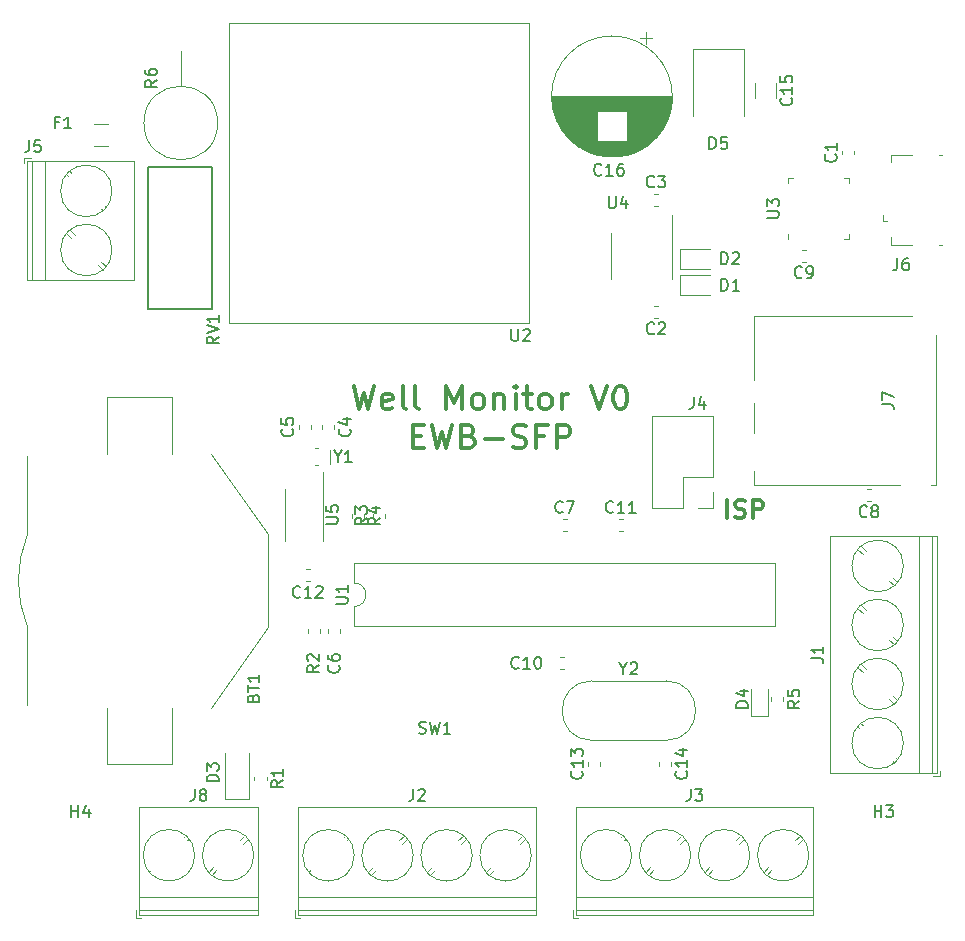
<source format=gbr>
%TF.GenerationSoftware,KiCad,Pcbnew,(5.1.6)-1*%
%TF.CreationDate,2021-11-03T21:47:23-07:00*%
%TF.ProjectId,well-monitor,77656c6c-2d6d-46f6-9e69-746f722e6b69,rev?*%
%TF.SameCoordinates,Original*%
%TF.FileFunction,Legend,Top*%
%TF.FilePolarity,Positive*%
%FSLAX46Y46*%
G04 Gerber Fmt 4.6, Leading zero omitted, Abs format (unit mm)*
G04 Created by KiCad (PCBNEW (5.1.6)-1) date 2021-11-03 21:47:23*
%MOMM*%
%LPD*%
G01*
G04 APERTURE LIST*
%ADD10C,0.300000*%
%ADD11C,0.120000*%
%ADD12C,0.150000*%
G04 APERTURE END LIST*
D10*
X123130952Y-75754761D02*
X123607142Y-77754761D01*
X123988095Y-76326190D01*
X124369047Y-77754761D01*
X124845238Y-75754761D01*
X126369047Y-77659523D02*
X126178571Y-77754761D01*
X125797619Y-77754761D01*
X125607142Y-77659523D01*
X125511904Y-77469047D01*
X125511904Y-76707142D01*
X125607142Y-76516666D01*
X125797619Y-76421428D01*
X126178571Y-76421428D01*
X126369047Y-76516666D01*
X126464285Y-76707142D01*
X126464285Y-76897619D01*
X125511904Y-77088095D01*
X127607142Y-77754761D02*
X127416666Y-77659523D01*
X127321428Y-77469047D01*
X127321428Y-75754761D01*
X128654761Y-77754761D02*
X128464285Y-77659523D01*
X128369047Y-77469047D01*
X128369047Y-75754761D01*
X130940476Y-77754761D02*
X130940476Y-75754761D01*
X131607142Y-77183333D01*
X132273809Y-75754761D01*
X132273809Y-77754761D01*
X133511904Y-77754761D02*
X133321428Y-77659523D01*
X133226190Y-77564285D01*
X133130952Y-77373809D01*
X133130952Y-76802380D01*
X133226190Y-76611904D01*
X133321428Y-76516666D01*
X133511904Y-76421428D01*
X133797619Y-76421428D01*
X133988095Y-76516666D01*
X134083333Y-76611904D01*
X134178571Y-76802380D01*
X134178571Y-77373809D01*
X134083333Y-77564285D01*
X133988095Y-77659523D01*
X133797619Y-77754761D01*
X133511904Y-77754761D01*
X135035714Y-76421428D02*
X135035714Y-77754761D01*
X135035714Y-76611904D02*
X135130952Y-76516666D01*
X135321428Y-76421428D01*
X135607142Y-76421428D01*
X135797619Y-76516666D01*
X135892857Y-76707142D01*
X135892857Y-77754761D01*
X136845238Y-77754761D02*
X136845238Y-76421428D01*
X136845238Y-75754761D02*
X136750000Y-75850000D01*
X136845238Y-75945238D01*
X136940476Y-75850000D01*
X136845238Y-75754761D01*
X136845238Y-75945238D01*
X137511904Y-76421428D02*
X138273809Y-76421428D01*
X137797619Y-75754761D02*
X137797619Y-77469047D01*
X137892857Y-77659523D01*
X138083333Y-77754761D01*
X138273809Y-77754761D01*
X139226190Y-77754761D02*
X139035714Y-77659523D01*
X138940476Y-77564285D01*
X138845238Y-77373809D01*
X138845238Y-76802380D01*
X138940476Y-76611904D01*
X139035714Y-76516666D01*
X139226190Y-76421428D01*
X139511904Y-76421428D01*
X139702380Y-76516666D01*
X139797619Y-76611904D01*
X139892857Y-76802380D01*
X139892857Y-77373809D01*
X139797619Y-77564285D01*
X139702380Y-77659523D01*
X139511904Y-77754761D01*
X139226190Y-77754761D01*
X140750000Y-77754761D02*
X140750000Y-76421428D01*
X140750000Y-76802380D02*
X140845238Y-76611904D01*
X140940476Y-76516666D01*
X141130952Y-76421428D01*
X141321428Y-76421428D01*
X143226190Y-75754761D02*
X143892857Y-77754761D01*
X144559523Y-75754761D01*
X145607142Y-75754761D02*
X145797619Y-75754761D01*
X145988095Y-75850000D01*
X146083333Y-75945238D01*
X146178571Y-76135714D01*
X146273809Y-76516666D01*
X146273809Y-76992857D01*
X146178571Y-77373809D01*
X146083333Y-77564285D01*
X145988095Y-77659523D01*
X145797619Y-77754761D01*
X145607142Y-77754761D01*
X145416666Y-77659523D01*
X145321428Y-77564285D01*
X145226190Y-77373809D01*
X145130952Y-76992857D01*
X145130952Y-76516666D01*
X145226190Y-76135714D01*
X145321428Y-75945238D01*
X145416666Y-75850000D01*
X145607142Y-75754761D01*
X128130952Y-80007142D02*
X128797619Y-80007142D01*
X129083333Y-81054761D02*
X128130952Y-81054761D01*
X128130952Y-79054761D01*
X129083333Y-79054761D01*
X129750000Y-79054761D02*
X130226190Y-81054761D01*
X130607142Y-79626190D01*
X130988095Y-81054761D01*
X131464285Y-79054761D01*
X132892857Y-80007142D02*
X133178571Y-80102380D01*
X133273809Y-80197619D01*
X133369047Y-80388095D01*
X133369047Y-80673809D01*
X133273809Y-80864285D01*
X133178571Y-80959523D01*
X132988095Y-81054761D01*
X132226190Y-81054761D01*
X132226190Y-79054761D01*
X132892857Y-79054761D01*
X133083333Y-79150000D01*
X133178571Y-79245238D01*
X133273809Y-79435714D01*
X133273809Y-79626190D01*
X133178571Y-79816666D01*
X133083333Y-79911904D01*
X132892857Y-80007142D01*
X132226190Y-80007142D01*
X134226190Y-80292857D02*
X135750000Y-80292857D01*
X136607142Y-80959523D02*
X136892857Y-81054761D01*
X137369047Y-81054761D01*
X137559523Y-80959523D01*
X137654761Y-80864285D01*
X137750000Y-80673809D01*
X137750000Y-80483333D01*
X137654761Y-80292857D01*
X137559523Y-80197619D01*
X137369047Y-80102380D01*
X136988095Y-80007142D01*
X136797619Y-79911904D01*
X136702380Y-79816666D01*
X136607142Y-79626190D01*
X136607142Y-79435714D01*
X136702380Y-79245238D01*
X136797619Y-79150000D01*
X136988095Y-79054761D01*
X137464285Y-79054761D01*
X137750000Y-79150000D01*
X139273809Y-80007142D02*
X138607142Y-80007142D01*
X138607142Y-81054761D02*
X138607142Y-79054761D01*
X139559523Y-79054761D01*
X140321428Y-81054761D02*
X140321428Y-79054761D01*
X141083333Y-79054761D01*
X141273809Y-79150000D01*
X141369047Y-79245238D01*
X141464285Y-79435714D01*
X141464285Y-79721428D01*
X141369047Y-79911904D01*
X141273809Y-80007142D01*
X141083333Y-80102380D01*
X140321428Y-80102380D01*
X154785714Y-86928571D02*
X154785714Y-85428571D01*
X155428571Y-86857142D02*
X155642857Y-86928571D01*
X156000000Y-86928571D01*
X156142857Y-86857142D01*
X156214285Y-86785714D01*
X156285714Y-86642857D01*
X156285714Y-86500000D01*
X156214285Y-86357142D01*
X156142857Y-86285714D01*
X156000000Y-86214285D01*
X155714285Y-86142857D01*
X155571428Y-86071428D01*
X155500000Y-86000000D01*
X155428571Y-85857142D01*
X155428571Y-85714285D01*
X155500000Y-85571428D01*
X155571428Y-85500000D01*
X155714285Y-85428571D01*
X156071428Y-85428571D01*
X156285714Y-85500000D01*
X156928571Y-86928571D02*
X156928571Y-85428571D01*
X157500000Y-85428571D01*
X157642857Y-85500000D01*
X157714285Y-85571428D01*
X157785714Y-85714285D01*
X157785714Y-85928571D01*
X157714285Y-86071428D01*
X157642857Y-86142857D01*
X157500000Y-86214285D01*
X156928571Y-86214285D01*
D11*
%TO.C,R6*%
X111620000Y-53500000D02*
G75*
G03*
X111620000Y-53500000I-3120000J0D01*
G01*
X108500000Y-50380000D02*
X108500000Y-47380000D01*
%TO.C,C15*%
X157090000Y-50147936D02*
X157090000Y-51352064D01*
X158910000Y-50147936D02*
X158910000Y-51352064D01*
%TO.C,J6*%
X167940000Y-61760000D02*
X168330000Y-61760000D01*
X167940000Y-61760000D02*
X167940000Y-61310000D01*
X168640000Y-56190000D02*
X168640000Y-56840000D01*
X170370000Y-56190000D02*
X168640000Y-56190000D01*
X172940000Y-63810000D02*
X172730000Y-63810000D01*
X172940000Y-56190000D02*
X172730000Y-56190000D01*
X170370000Y-63810000D02*
X168640000Y-63810000D01*
X168640000Y-63810000D02*
X168640000Y-63150000D01*
%TO.C,J8*%
X109680000Y-115500000D02*
G75*
G03*
X109680000Y-115500000I-2180000J0D01*
G01*
X114680000Y-115500000D02*
G75*
G03*
X114680000Y-115500000I-2180000J0D01*
G01*
X104940000Y-120100000D02*
X115060000Y-120100000D01*
X104940000Y-119000000D02*
X115060000Y-119000000D01*
X104940000Y-111440000D02*
X115060000Y-111440000D01*
X104940000Y-120560000D02*
X115060000Y-120560000D01*
X104940000Y-111440000D02*
X104940000Y-120560000D01*
X115060000Y-111440000D02*
X115060000Y-120560000D01*
X109154000Y-114112000D02*
X109047000Y-114219000D01*
X106218000Y-117047000D02*
X106112000Y-117154000D01*
X108888000Y-113846000D02*
X108781000Y-113953000D01*
X105952000Y-116781000D02*
X105846000Y-116888000D01*
X114154000Y-114112000D02*
X113759000Y-114508000D01*
X111493000Y-116774000D02*
X111113000Y-117154000D01*
X113888000Y-113846000D02*
X113508000Y-114226000D01*
X111242000Y-116492000D02*
X110847000Y-116888000D01*
X104700000Y-120160000D02*
X104700000Y-120800000D01*
X104700000Y-120800000D02*
X105100000Y-120800000D01*
%TO.C,J5*%
X102680000Y-59250000D02*
G75*
G03*
X102680000Y-59250000I-2180000J0D01*
G01*
X102680000Y-64250000D02*
G75*
G03*
X102680000Y-64250000I-2180000J0D01*
G01*
X95900000Y-56690000D02*
X95900000Y-66810000D01*
X97000000Y-56690000D02*
X97000000Y-66810000D01*
X104560000Y-56690000D02*
X104560000Y-66810000D01*
X95440000Y-56690000D02*
X95440000Y-66810000D01*
X104560000Y-56690000D02*
X95440000Y-56690000D01*
X104560000Y-66810000D02*
X95440000Y-66810000D01*
X101888000Y-60904000D02*
X101781000Y-60797000D01*
X98953000Y-57968000D02*
X98846000Y-57862000D01*
X102154000Y-60638000D02*
X102047000Y-60531000D01*
X99219000Y-57702000D02*
X99112000Y-57596000D01*
X101888000Y-65904000D02*
X101492000Y-65509000D01*
X99226000Y-63243000D02*
X98846000Y-62863000D01*
X102154000Y-65638000D02*
X101774000Y-65258000D01*
X99508000Y-62992000D02*
X99112000Y-62597000D01*
X95840000Y-56450000D02*
X95200000Y-56450000D01*
X95200000Y-56450000D02*
X95200000Y-56850000D01*
%TO.C,J3*%
X141700000Y-120800000D02*
X142100000Y-120800000D01*
X141700000Y-120160000D02*
X141700000Y-120800000D01*
X158242000Y-116492000D02*
X157847000Y-116888000D01*
X160888000Y-113846000D02*
X160508000Y-114226000D01*
X158493000Y-116774000D02*
X158113000Y-117154000D01*
X161154000Y-114112000D02*
X160759000Y-114508000D01*
X153242000Y-116492000D02*
X152847000Y-116888000D01*
X155888000Y-113846000D02*
X155508000Y-114226000D01*
X153493000Y-116774000D02*
X153113000Y-117154000D01*
X156154000Y-114112000D02*
X155759000Y-114508000D01*
X148242000Y-116492000D02*
X147847000Y-116888000D01*
X150888000Y-113846000D02*
X150508000Y-114226000D01*
X148493000Y-116774000D02*
X148113000Y-117154000D01*
X151154000Y-114112000D02*
X150759000Y-114508000D01*
X142952000Y-116781000D02*
X142846000Y-116888000D01*
X145888000Y-113846000D02*
X145781000Y-113953000D01*
X143218000Y-117047000D02*
X143112000Y-117154000D01*
X146154000Y-114112000D02*
X146047000Y-114219000D01*
X162061000Y-111440000D02*
X162061000Y-120560000D01*
X141940000Y-111440000D02*
X141940000Y-120560000D01*
X141940000Y-120560000D02*
X162061000Y-120560000D01*
X141940000Y-111440000D02*
X162061000Y-111440000D01*
X141940000Y-119000000D02*
X162061000Y-119000000D01*
X141940000Y-120100000D02*
X162061000Y-120100000D01*
X161680000Y-115500000D02*
G75*
G03*
X161680000Y-115500000I-2180000J0D01*
G01*
X156680000Y-115500000D02*
G75*
G03*
X156680000Y-115500000I-2180000J0D01*
G01*
X151680000Y-115500000D02*
G75*
G03*
X151680000Y-115500000I-2180000J0D01*
G01*
X146680000Y-115500000D02*
G75*
G03*
X146680000Y-115500000I-2180000J0D01*
G01*
%TO.C,J2*%
X118200000Y-120800000D02*
X118600000Y-120800000D01*
X118200000Y-120160000D02*
X118200000Y-120800000D01*
X134742000Y-116492000D02*
X134347000Y-116888000D01*
X137388000Y-113846000D02*
X137008000Y-114226000D01*
X134993000Y-116774000D02*
X134613000Y-117154000D01*
X137654000Y-114112000D02*
X137259000Y-114508000D01*
X129742000Y-116492000D02*
X129347000Y-116888000D01*
X132388000Y-113846000D02*
X132008000Y-114226000D01*
X129993000Y-116774000D02*
X129613000Y-117154000D01*
X132654000Y-114112000D02*
X132259000Y-114508000D01*
X124742000Y-116492000D02*
X124347000Y-116888000D01*
X127388000Y-113846000D02*
X127008000Y-114226000D01*
X124993000Y-116774000D02*
X124613000Y-117154000D01*
X127654000Y-114112000D02*
X127259000Y-114508000D01*
X119452000Y-116781000D02*
X119346000Y-116888000D01*
X122388000Y-113846000D02*
X122281000Y-113953000D01*
X119718000Y-117047000D02*
X119612000Y-117154000D01*
X122654000Y-114112000D02*
X122547000Y-114219000D01*
X138561000Y-111440000D02*
X138561000Y-120560000D01*
X118440000Y-111440000D02*
X118440000Y-120560000D01*
X118440000Y-120560000D02*
X138561000Y-120560000D01*
X118440000Y-111440000D02*
X138561000Y-111440000D01*
X118440000Y-119000000D02*
X138561000Y-119000000D01*
X118440000Y-120100000D02*
X138561000Y-120100000D01*
X138180000Y-115500000D02*
G75*
G03*
X138180000Y-115500000I-2180000J0D01*
G01*
X133180000Y-115500000D02*
G75*
G03*
X133180000Y-115500000I-2180000J0D01*
G01*
X128180000Y-115500000D02*
G75*
G03*
X128180000Y-115500000I-2180000J0D01*
G01*
X123180000Y-115500000D02*
G75*
G03*
X123180000Y-115500000I-2180000J0D01*
G01*
%TO.C,J1*%
X172800000Y-108800000D02*
X172800000Y-108400000D01*
X172160000Y-108800000D02*
X172800000Y-108800000D01*
X168492000Y-92258000D02*
X168888000Y-92653000D01*
X165846000Y-89612000D02*
X166226000Y-89992000D01*
X168774000Y-92007000D02*
X169154000Y-92387000D01*
X166112000Y-89346000D02*
X166508000Y-89741000D01*
X168492000Y-97258000D02*
X168888000Y-97653000D01*
X165846000Y-94612000D02*
X166226000Y-94992000D01*
X168774000Y-97007000D02*
X169154000Y-97387000D01*
X166112000Y-94346000D02*
X166508000Y-94741000D01*
X168492000Y-102258000D02*
X168888000Y-102653000D01*
X165846000Y-99612000D02*
X166226000Y-99992000D01*
X168774000Y-102007000D02*
X169154000Y-102387000D01*
X166112000Y-99346000D02*
X166508000Y-99741000D01*
X168781000Y-107548000D02*
X168888000Y-107654000D01*
X165846000Y-104612000D02*
X165953000Y-104719000D01*
X169047000Y-107282000D02*
X169154000Y-107388000D01*
X166112000Y-104346000D02*
X166219000Y-104453000D01*
X163440000Y-88439000D02*
X172560000Y-88439000D01*
X163440000Y-108560000D02*
X172560000Y-108560000D01*
X172560000Y-108560000D02*
X172560000Y-88439000D01*
X163440000Y-108560000D02*
X163440000Y-88439000D01*
X171000000Y-108560000D02*
X171000000Y-88439000D01*
X172100000Y-108560000D02*
X172100000Y-88439000D01*
X169680000Y-91000000D02*
G75*
G03*
X169680000Y-91000000I-2180000J0D01*
G01*
X169680000Y-96000000D02*
G75*
G03*
X169680000Y-96000000I-2180000J0D01*
G01*
X169680000Y-101000000D02*
G75*
G03*
X169680000Y-101000000I-2180000J0D01*
G01*
X169680000Y-106000000D02*
G75*
G03*
X169680000Y-106000000I-2180000J0D01*
G01*
%TO.C,BT1*%
X102250000Y-76700000D02*
X102250000Y-81500000D01*
X107750000Y-76700000D02*
X102250000Y-76700000D01*
X107750000Y-81500000D02*
X107750000Y-76700000D01*
X107750000Y-107800000D02*
X107750000Y-103000000D01*
X102250000Y-107800000D02*
X107750000Y-107800000D01*
X102250000Y-103000000D02*
X102250000Y-107800000D01*
X95500000Y-81700000D02*
X95500000Y-88400000D01*
X95500000Y-102800000D02*
X95500000Y-96100000D01*
X115850000Y-88300000D02*
X111050000Y-81500000D01*
X115850000Y-96200000D02*
X115850000Y-88300000D01*
X111050000Y-103050000D02*
X115850000Y-96200000D01*
X95498536Y-96096385D02*
G75*
G02*
X95500000Y-88400000I9501464J3846385D01*
G01*
D12*
%TO.C,RV1*%
X105750000Y-69250000D02*
X111150000Y-69250000D01*
X105750000Y-57250000D02*
X111150000Y-57250000D01*
X105750000Y-69250000D02*
X105750000Y-57250000D01*
X111150000Y-69250000D02*
X111150000Y-57250000D01*
D11*
%TO.C,D5*%
X156150000Y-47200000D02*
X156150000Y-52900000D01*
X151850000Y-47200000D02*
X151850000Y-52900000D01*
X156150000Y-47200000D02*
X151850000Y-47200000D01*
%TO.C,C16*%
X148375000Y-46270354D02*
X147375000Y-46270354D01*
X147875000Y-45770354D02*
X147875000Y-46770354D01*
X145599000Y-56331000D02*
X144401000Y-56331000D01*
X145862000Y-56291000D02*
X144138000Y-56291000D01*
X146062000Y-56251000D02*
X143938000Y-56251000D01*
X146230000Y-56211000D02*
X143770000Y-56211000D01*
X146378000Y-56171000D02*
X143622000Y-56171000D01*
X146510000Y-56131000D02*
X143490000Y-56131000D01*
X146630000Y-56091000D02*
X143370000Y-56091000D01*
X146742000Y-56051000D02*
X143258000Y-56051000D01*
X146846000Y-56011000D02*
X143154000Y-56011000D01*
X146944000Y-55971000D02*
X143056000Y-55971000D01*
X147037000Y-55931000D02*
X142963000Y-55931000D01*
X147125000Y-55891000D02*
X142875000Y-55891000D01*
X147209000Y-55851000D02*
X142791000Y-55851000D01*
X147289000Y-55811000D02*
X142711000Y-55811000D01*
X147365000Y-55771000D02*
X142635000Y-55771000D01*
X147439000Y-55731000D02*
X142561000Y-55731000D01*
X147510000Y-55691000D02*
X142490000Y-55691000D01*
X147579000Y-55651000D02*
X142421000Y-55651000D01*
X147645000Y-55611000D02*
X142355000Y-55611000D01*
X147709000Y-55571000D02*
X142291000Y-55571000D01*
X147770000Y-55531000D02*
X142230000Y-55531000D01*
X147830000Y-55491000D02*
X142170000Y-55491000D01*
X147889000Y-55451000D02*
X142111000Y-55451000D01*
X147945000Y-55411000D02*
X142055000Y-55411000D01*
X148000000Y-55371000D02*
X142000000Y-55371000D01*
X148054000Y-55331000D02*
X141946000Y-55331000D01*
X148106000Y-55291000D02*
X141894000Y-55291000D01*
X148156000Y-55251000D02*
X141844000Y-55251000D01*
X148206000Y-55211000D02*
X141794000Y-55211000D01*
X148254000Y-55171000D02*
X141746000Y-55171000D01*
X148301000Y-55131000D02*
X141699000Y-55131000D01*
X148347000Y-55091000D02*
X141653000Y-55091000D01*
X148392000Y-55051000D02*
X141608000Y-55051000D01*
X148436000Y-55011000D02*
X141564000Y-55011000D01*
X143759000Y-54971000D02*
X141522000Y-54971000D01*
X148478000Y-54971000D02*
X146241000Y-54971000D01*
X143759000Y-54931000D02*
X141480000Y-54931000D01*
X148520000Y-54931000D02*
X146241000Y-54931000D01*
X143759000Y-54891000D02*
X141439000Y-54891000D01*
X148561000Y-54891000D02*
X146241000Y-54891000D01*
X143759000Y-54851000D02*
X141399000Y-54851000D01*
X148601000Y-54851000D02*
X146241000Y-54851000D01*
X143759000Y-54811000D02*
X141360000Y-54811000D01*
X148640000Y-54811000D02*
X146241000Y-54811000D01*
X143759000Y-54771000D02*
X141321000Y-54771000D01*
X148679000Y-54771000D02*
X146241000Y-54771000D01*
X143759000Y-54731000D02*
X141284000Y-54731000D01*
X148716000Y-54731000D02*
X146241000Y-54731000D01*
X143759000Y-54691000D02*
X141247000Y-54691000D01*
X148753000Y-54691000D02*
X146241000Y-54691000D01*
X143759000Y-54651000D02*
X141211000Y-54651000D01*
X148789000Y-54651000D02*
X146241000Y-54651000D01*
X143759000Y-54611000D02*
X141176000Y-54611000D01*
X148824000Y-54611000D02*
X146241000Y-54611000D01*
X143759000Y-54571000D02*
X141142000Y-54571000D01*
X148858000Y-54571000D02*
X146241000Y-54571000D01*
X143759000Y-54531000D02*
X141108000Y-54531000D01*
X148892000Y-54531000D02*
X146241000Y-54531000D01*
X143759000Y-54491000D02*
X141075000Y-54491000D01*
X148925000Y-54491000D02*
X146241000Y-54491000D01*
X143759000Y-54451000D02*
X141043000Y-54451000D01*
X148957000Y-54451000D02*
X146241000Y-54451000D01*
X143759000Y-54411000D02*
X141011000Y-54411000D01*
X148989000Y-54411000D02*
X146241000Y-54411000D01*
X143759000Y-54371000D02*
X140980000Y-54371000D01*
X149020000Y-54371000D02*
X146241000Y-54371000D01*
X143759000Y-54331000D02*
X140950000Y-54331000D01*
X149050000Y-54331000D02*
X146241000Y-54331000D01*
X143759000Y-54291000D02*
X140920000Y-54291000D01*
X149080000Y-54291000D02*
X146241000Y-54291000D01*
X143759000Y-54251000D02*
X140890000Y-54251000D01*
X149110000Y-54251000D02*
X146241000Y-54251000D01*
X143759000Y-54211000D02*
X140862000Y-54211000D01*
X149138000Y-54211000D02*
X146241000Y-54211000D01*
X143759000Y-54171000D02*
X140834000Y-54171000D01*
X149166000Y-54171000D02*
X146241000Y-54171000D01*
X143759000Y-54131000D02*
X140806000Y-54131000D01*
X149194000Y-54131000D02*
X146241000Y-54131000D01*
X143759000Y-54091000D02*
X140779000Y-54091000D01*
X149221000Y-54091000D02*
X146241000Y-54091000D01*
X143759000Y-54051000D02*
X140753000Y-54051000D01*
X149247000Y-54051000D02*
X146241000Y-54051000D01*
X143759000Y-54011000D02*
X140727000Y-54011000D01*
X149273000Y-54011000D02*
X146241000Y-54011000D01*
X143759000Y-53971000D02*
X140702000Y-53971000D01*
X149298000Y-53971000D02*
X146241000Y-53971000D01*
X143759000Y-53931000D02*
X140677000Y-53931000D01*
X149323000Y-53931000D02*
X146241000Y-53931000D01*
X143759000Y-53891000D02*
X140653000Y-53891000D01*
X149347000Y-53891000D02*
X146241000Y-53891000D01*
X143759000Y-53851000D02*
X140629000Y-53851000D01*
X149371000Y-53851000D02*
X146241000Y-53851000D01*
X143759000Y-53811000D02*
X140605000Y-53811000D01*
X149395000Y-53811000D02*
X146241000Y-53811000D01*
X143759000Y-53771000D02*
X140583000Y-53771000D01*
X149417000Y-53771000D02*
X146241000Y-53771000D01*
X143759000Y-53731000D02*
X140560000Y-53731000D01*
X149440000Y-53731000D02*
X146241000Y-53731000D01*
X143759000Y-53691000D02*
X140538000Y-53691000D01*
X149462000Y-53691000D02*
X146241000Y-53691000D01*
X143759000Y-53651000D02*
X140517000Y-53651000D01*
X149483000Y-53651000D02*
X146241000Y-53651000D01*
X143759000Y-53611000D02*
X140496000Y-53611000D01*
X149504000Y-53611000D02*
X146241000Y-53611000D01*
X143759000Y-53571000D02*
X140475000Y-53571000D01*
X149525000Y-53571000D02*
X146241000Y-53571000D01*
X143759000Y-53531000D02*
X140455000Y-53531000D01*
X149545000Y-53531000D02*
X146241000Y-53531000D01*
X143759000Y-53491000D02*
X140436000Y-53491000D01*
X149564000Y-53491000D02*
X146241000Y-53491000D01*
X143759000Y-53451000D02*
X140416000Y-53451000D01*
X149584000Y-53451000D02*
X146241000Y-53451000D01*
X143759000Y-53411000D02*
X140397000Y-53411000D01*
X149603000Y-53411000D02*
X146241000Y-53411000D01*
X143759000Y-53371000D02*
X140379000Y-53371000D01*
X149621000Y-53371000D02*
X146241000Y-53371000D01*
X143759000Y-53331000D02*
X140361000Y-53331000D01*
X149639000Y-53331000D02*
X146241000Y-53331000D01*
X143759000Y-53291000D02*
X140343000Y-53291000D01*
X149657000Y-53291000D02*
X146241000Y-53291000D01*
X143759000Y-53251000D02*
X140326000Y-53251000D01*
X149674000Y-53251000D02*
X146241000Y-53251000D01*
X143759000Y-53211000D02*
X140310000Y-53211000D01*
X149690000Y-53211000D02*
X146241000Y-53211000D01*
X143759000Y-53171000D02*
X140293000Y-53171000D01*
X149707000Y-53171000D02*
X146241000Y-53171000D01*
X143759000Y-53131000D02*
X140277000Y-53131000D01*
X149723000Y-53131000D02*
X146241000Y-53131000D01*
X143759000Y-53091000D02*
X140262000Y-53091000D01*
X149738000Y-53091000D02*
X146241000Y-53091000D01*
X143759000Y-53051000D02*
X140246000Y-53051000D01*
X149754000Y-53051000D02*
X146241000Y-53051000D01*
X143759000Y-53011000D02*
X140232000Y-53011000D01*
X149768000Y-53011000D02*
X146241000Y-53011000D01*
X143759000Y-52971000D02*
X140217000Y-52971000D01*
X149783000Y-52971000D02*
X146241000Y-52971000D01*
X143759000Y-52931000D02*
X140203000Y-52931000D01*
X149797000Y-52931000D02*
X146241000Y-52931000D01*
X143759000Y-52891000D02*
X140189000Y-52891000D01*
X149811000Y-52891000D02*
X146241000Y-52891000D01*
X143759000Y-52851000D02*
X140176000Y-52851000D01*
X149824000Y-52851000D02*
X146241000Y-52851000D01*
X143759000Y-52811000D02*
X140163000Y-52811000D01*
X149837000Y-52811000D02*
X146241000Y-52811000D01*
X143759000Y-52771000D02*
X140150000Y-52771000D01*
X149850000Y-52771000D02*
X146241000Y-52771000D01*
X143759000Y-52731000D02*
X140138000Y-52731000D01*
X149862000Y-52731000D02*
X146241000Y-52731000D01*
X143759000Y-52691000D02*
X140126000Y-52691000D01*
X149874000Y-52691000D02*
X146241000Y-52691000D01*
X143759000Y-52651000D02*
X140115000Y-52651000D01*
X149885000Y-52651000D02*
X146241000Y-52651000D01*
X143759000Y-52611000D02*
X140103000Y-52611000D01*
X149897000Y-52611000D02*
X146241000Y-52611000D01*
X143759000Y-52571000D02*
X140093000Y-52571000D01*
X149907000Y-52571000D02*
X146241000Y-52571000D01*
X143759000Y-52531000D02*
X140082000Y-52531000D01*
X149918000Y-52531000D02*
X146241000Y-52531000D01*
X149928000Y-52491000D02*
X140072000Y-52491000D01*
X149938000Y-52451000D02*
X140062000Y-52451000D01*
X149947000Y-52411000D02*
X140053000Y-52411000D01*
X149956000Y-52371000D02*
X140044000Y-52371000D01*
X149965000Y-52331000D02*
X140035000Y-52331000D01*
X149974000Y-52291000D02*
X140026000Y-52291000D01*
X149982000Y-52251000D02*
X140018000Y-52251000D01*
X149990000Y-52211000D02*
X140010000Y-52211000D01*
X149997000Y-52171000D02*
X140003000Y-52171000D01*
X150004000Y-52131000D02*
X139996000Y-52131000D01*
X150011000Y-52091000D02*
X139989000Y-52091000D01*
X150018000Y-52051000D02*
X139982000Y-52051000D01*
X150024000Y-52011000D02*
X139976000Y-52011000D01*
X150030000Y-51971000D02*
X139970000Y-51971000D01*
X150035000Y-51930000D02*
X139965000Y-51930000D01*
X150040000Y-51890000D02*
X139960000Y-51890000D01*
X150045000Y-51850000D02*
X139955000Y-51850000D01*
X150050000Y-51810000D02*
X139950000Y-51810000D01*
X150054000Y-51770000D02*
X139946000Y-51770000D01*
X150058000Y-51730000D02*
X139942000Y-51730000D01*
X150062000Y-51690000D02*
X139938000Y-51690000D01*
X150065000Y-51650000D02*
X139935000Y-51650000D01*
X150068000Y-51610000D02*
X139932000Y-51610000D01*
X150070000Y-51570000D02*
X139930000Y-51570000D01*
X150073000Y-51530000D02*
X139927000Y-51530000D01*
X150075000Y-51490000D02*
X139925000Y-51490000D01*
X150077000Y-51450000D02*
X139923000Y-51450000D01*
X150078000Y-51410000D02*
X139922000Y-51410000D01*
X150079000Y-51370000D02*
X139921000Y-51370000D01*
X150080000Y-51330000D02*
X139920000Y-51330000D01*
X150080000Y-51290000D02*
X139920000Y-51290000D01*
X150080000Y-51250000D02*
X139920000Y-51250000D01*
X150120000Y-51250000D02*
G75*
G03*
X150120000Y-51250000I-5120000J0D01*
G01*
%TO.C,Y2*%
X143315000Y-105775000D02*
X149565000Y-105775000D01*
X143315000Y-100725000D02*
X149565000Y-100725000D01*
X149565000Y-105775000D02*
G75*
G03*
X149565000Y-100725000I0J2525000D01*
G01*
X143315000Y-105775000D02*
G75*
G02*
X143315000Y-100725000I0J2525000D01*
G01*
%TO.C,Y1*%
X121100000Y-82350000D02*
X121100000Y-81150000D01*
X120100000Y-81050000D02*
X119900000Y-81050000D01*
X120100000Y-82450000D02*
X119900000Y-82450000D01*
%TO.C,U5*%
X120507512Y-86650000D02*
X120507512Y-83050000D01*
X120507512Y-86650000D02*
X120507512Y-88850000D01*
X117287512Y-86650000D02*
X117287512Y-84450000D01*
X117287512Y-86650000D02*
X117287512Y-88850000D01*
%TO.C,U4*%
X150060000Y-64750000D02*
X150060000Y-61300000D01*
X150060000Y-64750000D02*
X150060000Y-66700000D01*
X144940000Y-64750000D02*
X144940000Y-62800000D01*
X144940000Y-64750000D02*
X144940000Y-66700000D01*
%TO.C,U3*%
X159890000Y-62885000D02*
X159890000Y-63360000D01*
X165110000Y-58140000D02*
X164635000Y-58140000D01*
X165110000Y-58615000D02*
X165110000Y-58140000D01*
X165110000Y-63360000D02*
X164635000Y-63360000D01*
X165110000Y-62885000D02*
X165110000Y-63360000D01*
X159890000Y-58140000D02*
X160365000Y-58140000D01*
X159890000Y-58615000D02*
X159890000Y-58140000D01*
%TO.C,U2*%
X112550000Y-70450000D02*
X112550000Y-45050000D01*
X137950000Y-70450000D02*
X112550000Y-70450000D01*
X137950000Y-45050000D02*
X137950000Y-70450000D01*
X112550000Y-45050000D02*
X137950000Y-45050000D01*
%TO.C,R5*%
X158490000Y-102087221D02*
X158490000Y-102412779D01*
X159510000Y-102087221D02*
X159510000Y-102412779D01*
%TO.C,R4*%
X122990000Y-86587221D02*
X122990000Y-86912779D01*
X124010000Y-86587221D02*
X124010000Y-86912779D01*
%TO.C,R3*%
X125760000Y-86912779D02*
X125760000Y-86587221D01*
X124740000Y-86912779D02*
X124740000Y-86587221D01*
%TO.C,R2*%
X119240000Y-96374721D02*
X119240000Y-96700279D01*
X120260000Y-96374721D02*
X120260000Y-96700279D01*
%TO.C,R1*%
X114740000Y-108837221D02*
X114740000Y-109162779D01*
X115760000Y-108837221D02*
X115760000Y-109162779D01*
%TO.C,J7*%
X171990641Y-84124700D02*
X172471600Y-84124700D01*
X172471600Y-84124700D02*
X172471600Y-71431241D01*
X170420162Y-69875300D02*
X157028400Y-69875300D01*
X157028400Y-69875300D02*
X157028400Y-75269560D01*
X157028400Y-84124700D02*
X169420161Y-84124700D01*
X157028400Y-77230440D02*
X157028400Y-79732024D01*
X157028400Y-82930440D02*
X157028400Y-84124700D01*
%TO.C,J4*%
X153580000Y-86080000D02*
X152250000Y-86080000D01*
X153580000Y-84750000D02*
X153580000Y-86080000D01*
X150980000Y-86080000D02*
X148380000Y-86080000D01*
X150980000Y-83480000D02*
X150980000Y-86080000D01*
X153580000Y-83480000D02*
X150980000Y-83480000D01*
X148380000Y-86080000D02*
X148380000Y-78340000D01*
X153580000Y-83480000D02*
X153580000Y-78340000D01*
X153580000Y-78340000D02*
X148380000Y-78340000D01*
%TO.C,F1*%
X102352064Y-53590000D02*
X101147936Y-53590000D01*
X102352064Y-55410000D02*
X101147936Y-55410000D01*
%TO.C,D4*%
X158235000Y-103735000D02*
X158235000Y-101450000D01*
X156765000Y-103735000D02*
X158235000Y-103735000D01*
X156765000Y-101450000D02*
X156765000Y-103735000D01*
%TO.C,D3*%
X112250000Y-110750000D02*
X112250000Y-106850000D01*
X114250000Y-110750000D02*
X114250000Y-106850000D01*
X112250000Y-110750000D02*
X114250000Y-110750000D01*
%TO.C,D2*%
X150750000Y-64150000D02*
X153300000Y-64150000D01*
X150750000Y-65850000D02*
X153300000Y-65850000D01*
X150750000Y-64150000D02*
X150750000Y-65850000D01*
%TO.C,D1*%
X150750000Y-66400000D02*
X153300000Y-66400000D01*
X150750000Y-68100000D02*
X153300000Y-68100000D01*
X150750000Y-66400000D02*
X150750000Y-68100000D01*
%TO.C,C14*%
X148990000Y-107587221D02*
X148990000Y-107912779D01*
X150010000Y-107587221D02*
X150010000Y-107912779D01*
%TO.C,C13*%
X144010000Y-107912779D02*
X144010000Y-107587221D01*
X142990000Y-107912779D02*
X142990000Y-107587221D01*
%TO.C,C12*%
X119087221Y-92260000D02*
X119412779Y-92260000D01*
X119087221Y-91240000D02*
X119412779Y-91240000D01*
%TO.C,C11*%
X145587221Y-88010000D02*
X145912779Y-88010000D01*
X145587221Y-86990000D02*
X145912779Y-86990000D01*
%TO.C,C10*%
X140912779Y-98740000D02*
X140587221Y-98740000D01*
X140912779Y-99760000D02*
X140587221Y-99760000D01*
%TO.C,C9*%
X161412779Y-64240000D02*
X161087221Y-64240000D01*
X161412779Y-65260000D02*
X161087221Y-65260000D01*
%TO.C,C8*%
X166912779Y-84490000D02*
X166587221Y-84490000D01*
X166912779Y-85510000D02*
X166587221Y-85510000D01*
%TO.C,C7*%
X140837221Y-88010000D02*
X141162779Y-88010000D01*
X140837221Y-86990000D02*
X141162779Y-86990000D01*
%TO.C,C6*%
X120990000Y-96337221D02*
X120990000Y-96662779D01*
X122010000Y-96337221D02*
X122010000Y-96662779D01*
%TO.C,C5*%
X119510000Y-79412779D02*
X119510000Y-79087221D01*
X118490000Y-79412779D02*
X118490000Y-79087221D01*
%TO.C,C4*%
X120490000Y-79087221D02*
X120490000Y-79412779D01*
X121510000Y-79087221D02*
X121510000Y-79412779D01*
%TO.C,C3*%
X148912779Y-59490000D02*
X148587221Y-59490000D01*
X148912779Y-60510000D02*
X148587221Y-60510000D01*
%TO.C,C2*%
X148912779Y-68990000D02*
X148587221Y-68990000D01*
X148912779Y-70010000D02*
X148587221Y-70010000D01*
%TO.C,C1*%
X165510000Y-56162779D02*
X165510000Y-55837221D01*
X164490000Y-56162779D02*
X164490000Y-55837221D01*
%TO.C,U1*%
X123170000Y-90790000D02*
X123170000Y-92440000D01*
X158850000Y-90790000D02*
X123170000Y-90790000D01*
X158850000Y-96090000D02*
X158850000Y-90790000D01*
X123170000Y-96090000D02*
X158850000Y-96090000D01*
X123170000Y-94440000D02*
X123170000Y-96090000D01*
X123170000Y-92440000D02*
G75*
G02*
X123170000Y-94440000I0J-1000000D01*
G01*
%TO.C,R6*%
D12*
X106452380Y-49856666D02*
X105976190Y-50190000D01*
X106452380Y-50428095D02*
X105452380Y-50428095D01*
X105452380Y-50047142D01*
X105500000Y-49951904D01*
X105547619Y-49904285D01*
X105642857Y-49856666D01*
X105785714Y-49856666D01*
X105880952Y-49904285D01*
X105928571Y-49951904D01*
X105976190Y-50047142D01*
X105976190Y-50428095D01*
X105452380Y-48999523D02*
X105452380Y-49190000D01*
X105500000Y-49285238D01*
X105547619Y-49332857D01*
X105690476Y-49428095D01*
X105880952Y-49475714D01*
X106261904Y-49475714D01*
X106357142Y-49428095D01*
X106404761Y-49380476D01*
X106452380Y-49285238D01*
X106452380Y-49094761D01*
X106404761Y-48999523D01*
X106357142Y-48951904D01*
X106261904Y-48904285D01*
X106023809Y-48904285D01*
X105928571Y-48951904D01*
X105880952Y-48999523D01*
X105833333Y-49094761D01*
X105833333Y-49285238D01*
X105880952Y-49380476D01*
X105928571Y-49428095D01*
X106023809Y-49475714D01*
%TO.C,C15*%
X160177142Y-51392857D02*
X160224761Y-51440476D01*
X160272380Y-51583333D01*
X160272380Y-51678571D01*
X160224761Y-51821428D01*
X160129523Y-51916666D01*
X160034285Y-51964285D01*
X159843809Y-52011904D01*
X159700952Y-52011904D01*
X159510476Y-51964285D01*
X159415238Y-51916666D01*
X159320000Y-51821428D01*
X159272380Y-51678571D01*
X159272380Y-51583333D01*
X159320000Y-51440476D01*
X159367619Y-51392857D01*
X160272380Y-50440476D02*
X160272380Y-51011904D01*
X160272380Y-50726190D02*
X159272380Y-50726190D01*
X159415238Y-50821428D01*
X159510476Y-50916666D01*
X159558095Y-51011904D01*
X159272380Y-49535714D02*
X159272380Y-50011904D01*
X159748571Y-50059523D01*
X159700952Y-50011904D01*
X159653333Y-49916666D01*
X159653333Y-49678571D01*
X159700952Y-49583333D01*
X159748571Y-49535714D01*
X159843809Y-49488095D01*
X160081904Y-49488095D01*
X160177142Y-49535714D01*
X160224761Y-49583333D01*
X160272380Y-49678571D01*
X160272380Y-49916666D01*
X160224761Y-50011904D01*
X160177142Y-50059523D01*
%TO.C,H4*%
X99238095Y-112252380D02*
X99238095Y-111252380D01*
X99238095Y-111728571D02*
X99809523Y-111728571D01*
X99809523Y-112252380D02*
X99809523Y-111252380D01*
X100714285Y-111585714D02*
X100714285Y-112252380D01*
X100476190Y-111204761D02*
X100238095Y-111919047D01*
X100857142Y-111919047D01*
%TO.C,H3*%
X167238095Y-112252380D02*
X167238095Y-111252380D01*
X167238095Y-111728571D02*
X167809523Y-111728571D01*
X167809523Y-112252380D02*
X167809523Y-111252380D01*
X168190476Y-111252380D02*
X168809523Y-111252380D01*
X168476190Y-111633333D01*
X168619047Y-111633333D01*
X168714285Y-111680952D01*
X168761904Y-111728571D01*
X168809523Y-111823809D01*
X168809523Y-112061904D01*
X168761904Y-112157142D01*
X168714285Y-112204761D01*
X168619047Y-112252380D01*
X168333333Y-112252380D01*
X168238095Y-112204761D01*
X168190476Y-112157142D01*
%TO.C,J6*%
X169166666Y-64952380D02*
X169166666Y-65666666D01*
X169119047Y-65809523D01*
X169023809Y-65904761D01*
X168880952Y-65952380D01*
X168785714Y-65952380D01*
X170071428Y-64952380D02*
X169880952Y-64952380D01*
X169785714Y-65000000D01*
X169738095Y-65047619D01*
X169642857Y-65190476D01*
X169595238Y-65380952D01*
X169595238Y-65761904D01*
X169642857Y-65857142D01*
X169690476Y-65904761D01*
X169785714Y-65952380D01*
X169976190Y-65952380D01*
X170071428Y-65904761D01*
X170119047Y-65857142D01*
X170166666Y-65761904D01*
X170166666Y-65523809D01*
X170119047Y-65428571D01*
X170071428Y-65380952D01*
X169976190Y-65333333D01*
X169785714Y-65333333D01*
X169690476Y-65380952D01*
X169642857Y-65428571D01*
X169595238Y-65523809D01*
%TO.C,J8*%
X109666666Y-109892380D02*
X109666666Y-110606666D01*
X109619047Y-110749523D01*
X109523809Y-110844761D01*
X109380952Y-110892380D01*
X109285714Y-110892380D01*
X110285714Y-110320952D02*
X110190476Y-110273333D01*
X110142857Y-110225714D01*
X110095238Y-110130476D01*
X110095238Y-110082857D01*
X110142857Y-109987619D01*
X110190476Y-109940000D01*
X110285714Y-109892380D01*
X110476190Y-109892380D01*
X110571428Y-109940000D01*
X110619047Y-109987619D01*
X110666666Y-110082857D01*
X110666666Y-110130476D01*
X110619047Y-110225714D01*
X110571428Y-110273333D01*
X110476190Y-110320952D01*
X110285714Y-110320952D01*
X110190476Y-110368571D01*
X110142857Y-110416190D01*
X110095238Y-110511428D01*
X110095238Y-110701904D01*
X110142857Y-110797142D01*
X110190476Y-110844761D01*
X110285714Y-110892380D01*
X110476190Y-110892380D01*
X110571428Y-110844761D01*
X110619047Y-110797142D01*
X110666666Y-110701904D01*
X110666666Y-110511428D01*
X110619047Y-110416190D01*
X110571428Y-110368571D01*
X110476190Y-110320952D01*
%TO.C,J5*%
X95666666Y-54952380D02*
X95666666Y-55666666D01*
X95619047Y-55809523D01*
X95523809Y-55904761D01*
X95380952Y-55952380D01*
X95285714Y-55952380D01*
X96619047Y-54952380D02*
X96142857Y-54952380D01*
X96095238Y-55428571D01*
X96142857Y-55380952D01*
X96238095Y-55333333D01*
X96476190Y-55333333D01*
X96571428Y-55380952D01*
X96619047Y-55428571D01*
X96666666Y-55523809D01*
X96666666Y-55761904D01*
X96619047Y-55857142D01*
X96571428Y-55904761D01*
X96476190Y-55952380D01*
X96238095Y-55952380D01*
X96142857Y-55904761D01*
X96095238Y-55857142D01*
%TO.C,J3*%
X151666666Y-109892380D02*
X151666666Y-110606666D01*
X151619047Y-110749523D01*
X151523809Y-110844761D01*
X151380952Y-110892380D01*
X151285714Y-110892380D01*
X152047619Y-109892380D02*
X152666666Y-109892380D01*
X152333333Y-110273333D01*
X152476190Y-110273333D01*
X152571428Y-110320952D01*
X152619047Y-110368571D01*
X152666666Y-110463809D01*
X152666666Y-110701904D01*
X152619047Y-110797142D01*
X152571428Y-110844761D01*
X152476190Y-110892380D01*
X152190476Y-110892380D01*
X152095238Y-110844761D01*
X152047619Y-110797142D01*
%TO.C,J2*%
X128166666Y-109892380D02*
X128166666Y-110606666D01*
X128119047Y-110749523D01*
X128023809Y-110844761D01*
X127880952Y-110892380D01*
X127785714Y-110892380D01*
X128595238Y-109987619D02*
X128642857Y-109940000D01*
X128738095Y-109892380D01*
X128976190Y-109892380D01*
X129071428Y-109940000D01*
X129119047Y-109987619D01*
X129166666Y-110082857D01*
X129166666Y-110178095D01*
X129119047Y-110320952D01*
X128547619Y-110892380D01*
X129166666Y-110892380D01*
%TO.C,J1*%
X161892380Y-98833333D02*
X162606666Y-98833333D01*
X162749523Y-98880952D01*
X162844761Y-98976190D01*
X162892380Y-99119047D01*
X162892380Y-99214285D01*
X162892380Y-97833333D02*
X162892380Y-98404761D01*
X162892380Y-98119047D02*
X161892380Y-98119047D01*
X162035238Y-98214285D01*
X162130476Y-98309523D01*
X162178095Y-98404761D01*
%TO.C,BT1*%
X114628571Y-102185714D02*
X114676190Y-102042857D01*
X114723809Y-101995238D01*
X114819047Y-101947619D01*
X114961904Y-101947619D01*
X115057142Y-101995238D01*
X115104761Y-102042857D01*
X115152380Y-102138095D01*
X115152380Y-102519047D01*
X114152380Y-102519047D01*
X114152380Y-102185714D01*
X114200000Y-102090476D01*
X114247619Y-102042857D01*
X114342857Y-101995238D01*
X114438095Y-101995238D01*
X114533333Y-102042857D01*
X114580952Y-102090476D01*
X114628571Y-102185714D01*
X114628571Y-102519047D01*
X114152380Y-101661904D02*
X114152380Y-101090476D01*
X115152380Y-101376190D02*
X114152380Y-101376190D01*
X115152380Y-100233333D02*
X115152380Y-100804761D01*
X115152380Y-100519047D02*
X114152380Y-100519047D01*
X114295238Y-100614285D01*
X114390476Y-100709523D01*
X114438095Y-100804761D01*
%TO.C,RV1*%
X111702380Y-71595238D02*
X111226190Y-71928571D01*
X111702380Y-72166666D02*
X110702380Y-72166666D01*
X110702380Y-71785714D01*
X110750000Y-71690476D01*
X110797619Y-71642857D01*
X110892857Y-71595238D01*
X111035714Y-71595238D01*
X111130952Y-71642857D01*
X111178571Y-71690476D01*
X111226190Y-71785714D01*
X111226190Y-72166666D01*
X110702380Y-71309523D02*
X111702380Y-70976190D01*
X110702380Y-70642857D01*
X111702380Y-69785714D02*
X111702380Y-70357142D01*
X111702380Y-70071428D02*
X110702380Y-70071428D01*
X110845238Y-70166666D01*
X110940476Y-70261904D01*
X110988095Y-70357142D01*
%TO.C,D5*%
X153261904Y-55702380D02*
X153261904Y-54702380D01*
X153500000Y-54702380D01*
X153642857Y-54750000D01*
X153738095Y-54845238D01*
X153785714Y-54940476D01*
X153833333Y-55130952D01*
X153833333Y-55273809D01*
X153785714Y-55464285D01*
X153738095Y-55559523D01*
X153642857Y-55654761D01*
X153500000Y-55702380D01*
X153261904Y-55702380D01*
X154738095Y-54702380D02*
X154261904Y-54702380D01*
X154214285Y-55178571D01*
X154261904Y-55130952D01*
X154357142Y-55083333D01*
X154595238Y-55083333D01*
X154690476Y-55130952D01*
X154738095Y-55178571D01*
X154785714Y-55273809D01*
X154785714Y-55511904D01*
X154738095Y-55607142D01*
X154690476Y-55654761D01*
X154595238Y-55702380D01*
X154357142Y-55702380D01*
X154261904Y-55654761D01*
X154214285Y-55607142D01*
%TO.C,C16*%
X144107142Y-57857142D02*
X144059523Y-57904761D01*
X143916666Y-57952380D01*
X143821428Y-57952380D01*
X143678571Y-57904761D01*
X143583333Y-57809523D01*
X143535714Y-57714285D01*
X143488095Y-57523809D01*
X143488095Y-57380952D01*
X143535714Y-57190476D01*
X143583333Y-57095238D01*
X143678571Y-57000000D01*
X143821428Y-56952380D01*
X143916666Y-56952380D01*
X144059523Y-57000000D01*
X144107142Y-57047619D01*
X145059523Y-57952380D02*
X144488095Y-57952380D01*
X144773809Y-57952380D02*
X144773809Y-56952380D01*
X144678571Y-57095238D01*
X144583333Y-57190476D01*
X144488095Y-57238095D01*
X145916666Y-56952380D02*
X145726190Y-56952380D01*
X145630952Y-57000000D01*
X145583333Y-57047619D01*
X145488095Y-57190476D01*
X145440476Y-57380952D01*
X145440476Y-57761904D01*
X145488095Y-57857142D01*
X145535714Y-57904761D01*
X145630952Y-57952380D01*
X145821428Y-57952380D01*
X145916666Y-57904761D01*
X145964285Y-57857142D01*
X146011904Y-57761904D01*
X146011904Y-57523809D01*
X145964285Y-57428571D01*
X145916666Y-57380952D01*
X145821428Y-57333333D01*
X145630952Y-57333333D01*
X145535714Y-57380952D01*
X145488095Y-57428571D01*
X145440476Y-57523809D01*
%TO.C,Y2*%
X145963809Y-99701190D02*
X145963809Y-100177380D01*
X145630476Y-99177380D02*
X145963809Y-99701190D01*
X146297142Y-99177380D01*
X146582857Y-99272619D02*
X146630476Y-99225000D01*
X146725714Y-99177380D01*
X146963809Y-99177380D01*
X147059047Y-99225000D01*
X147106666Y-99272619D01*
X147154285Y-99367857D01*
X147154285Y-99463095D01*
X147106666Y-99605952D01*
X146535238Y-100177380D01*
X147154285Y-100177380D01*
%TO.C,Y1*%
X121773809Y-81726190D02*
X121773809Y-82202380D01*
X121440476Y-81202380D02*
X121773809Y-81726190D01*
X122107142Y-81202380D01*
X122964285Y-82202380D02*
X122392857Y-82202380D01*
X122678571Y-82202380D02*
X122678571Y-81202380D01*
X122583333Y-81345238D01*
X122488095Y-81440476D01*
X122392857Y-81488095D01*
%TO.C,U5*%
X120799892Y-87411904D02*
X121609416Y-87411904D01*
X121704654Y-87364285D01*
X121752273Y-87316666D01*
X121799892Y-87221428D01*
X121799892Y-87030952D01*
X121752273Y-86935714D01*
X121704654Y-86888095D01*
X121609416Y-86840476D01*
X120799892Y-86840476D01*
X120799892Y-85888095D02*
X120799892Y-86364285D01*
X121276083Y-86411904D01*
X121228464Y-86364285D01*
X121180845Y-86269047D01*
X121180845Y-86030952D01*
X121228464Y-85935714D01*
X121276083Y-85888095D01*
X121371321Y-85840476D01*
X121609416Y-85840476D01*
X121704654Y-85888095D01*
X121752273Y-85935714D01*
X121799892Y-86030952D01*
X121799892Y-86269047D01*
X121752273Y-86364285D01*
X121704654Y-86411904D01*
%TO.C,U4*%
X144738095Y-59702380D02*
X144738095Y-60511904D01*
X144785714Y-60607142D01*
X144833333Y-60654761D01*
X144928571Y-60702380D01*
X145119047Y-60702380D01*
X145214285Y-60654761D01*
X145261904Y-60607142D01*
X145309523Y-60511904D01*
X145309523Y-59702380D01*
X146214285Y-60035714D02*
X146214285Y-60702380D01*
X145976190Y-59654761D02*
X145738095Y-60369047D01*
X146357142Y-60369047D01*
%TO.C,U3*%
X158132380Y-61511904D02*
X158941904Y-61511904D01*
X159037142Y-61464285D01*
X159084761Y-61416666D01*
X159132380Y-61321428D01*
X159132380Y-61130952D01*
X159084761Y-61035714D01*
X159037142Y-60988095D01*
X158941904Y-60940476D01*
X158132380Y-60940476D01*
X158132380Y-60559523D02*
X158132380Y-59940476D01*
X158513333Y-60273809D01*
X158513333Y-60130952D01*
X158560952Y-60035714D01*
X158608571Y-59988095D01*
X158703809Y-59940476D01*
X158941904Y-59940476D01*
X159037142Y-59988095D01*
X159084761Y-60035714D01*
X159132380Y-60130952D01*
X159132380Y-60416666D01*
X159084761Y-60511904D01*
X159037142Y-60559523D01*
%TO.C,U2*%
X136488095Y-70952380D02*
X136488095Y-71761904D01*
X136535714Y-71857142D01*
X136583333Y-71904761D01*
X136678571Y-71952380D01*
X136869047Y-71952380D01*
X136964285Y-71904761D01*
X137011904Y-71857142D01*
X137059523Y-71761904D01*
X137059523Y-70952380D01*
X137488095Y-71047619D02*
X137535714Y-71000000D01*
X137630952Y-70952380D01*
X137869047Y-70952380D01*
X137964285Y-71000000D01*
X138011904Y-71047619D01*
X138059523Y-71142857D01*
X138059523Y-71238095D01*
X138011904Y-71380952D01*
X137440476Y-71952380D01*
X138059523Y-71952380D01*
%TO.C,SW1*%
X128666666Y-105154761D02*
X128809523Y-105202380D01*
X129047619Y-105202380D01*
X129142857Y-105154761D01*
X129190476Y-105107142D01*
X129238095Y-105011904D01*
X129238095Y-104916666D01*
X129190476Y-104821428D01*
X129142857Y-104773809D01*
X129047619Y-104726190D01*
X128857142Y-104678571D01*
X128761904Y-104630952D01*
X128714285Y-104583333D01*
X128666666Y-104488095D01*
X128666666Y-104392857D01*
X128714285Y-104297619D01*
X128761904Y-104250000D01*
X128857142Y-104202380D01*
X129095238Y-104202380D01*
X129238095Y-104250000D01*
X129571428Y-104202380D02*
X129809523Y-105202380D01*
X130000000Y-104488095D01*
X130190476Y-105202380D01*
X130428571Y-104202380D01*
X131333333Y-105202380D02*
X130761904Y-105202380D01*
X131047619Y-105202380D02*
X131047619Y-104202380D01*
X130952380Y-104345238D01*
X130857142Y-104440476D01*
X130761904Y-104488095D01*
%TO.C,R5*%
X160882380Y-102416666D02*
X160406190Y-102750000D01*
X160882380Y-102988095D02*
X159882380Y-102988095D01*
X159882380Y-102607142D01*
X159930000Y-102511904D01*
X159977619Y-102464285D01*
X160072857Y-102416666D01*
X160215714Y-102416666D01*
X160310952Y-102464285D01*
X160358571Y-102511904D01*
X160406190Y-102607142D01*
X160406190Y-102988095D01*
X159882380Y-101511904D02*
X159882380Y-101988095D01*
X160358571Y-102035714D01*
X160310952Y-101988095D01*
X160263333Y-101892857D01*
X160263333Y-101654761D01*
X160310952Y-101559523D01*
X160358571Y-101511904D01*
X160453809Y-101464285D01*
X160691904Y-101464285D01*
X160787142Y-101511904D01*
X160834761Y-101559523D01*
X160882380Y-101654761D01*
X160882380Y-101892857D01*
X160834761Y-101988095D01*
X160787142Y-102035714D01*
%TO.C,R4*%
X125382380Y-86916666D02*
X124906190Y-87250000D01*
X125382380Y-87488095D02*
X124382380Y-87488095D01*
X124382380Y-87107142D01*
X124430000Y-87011904D01*
X124477619Y-86964285D01*
X124572857Y-86916666D01*
X124715714Y-86916666D01*
X124810952Y-86964285D01*
X124858571Y-87011904D01*
X124906190Y-87107142D01*
X124906190Y-87488095D01*
X124715714Y-86059523D02*
X125382380Y-86059523D01*
X124334761Y-86297619D02*
X125049047Y-86535714D01*
X125049047Y-85916666D01*
%TO.C,R3*%
X124272380Y-86916666D02*
X123796190Y-87250000D01*
X124272380Y-87488095D02*
X123272380Y-87488095D01*
X123272380Y-87107142D01*
X123320000Y-87011904D01*
X123367619Y-86964285D01*
X123462857Y-86916666D01*
X123605714Y-86916666D01*
X123700952Y-86964285D01*
X123748571Y-87011904D01*
X123796190Y-87107142D01*
X123796190Y-87488095D01*
X123272380Y-86583333D02*
X123272380Y-85964285D01*
X123653333Y-86297619D01*
X123653333Y-86154761D01*
X123700952Y-86059523D01*
X123748571Y-86011904D01*
X123843809Y-85964285D01*
X124081904Y-85964285D01*
X124177142Y-86011904D01*
X124224761Y-86059523D01*
X124272380Y-86154761D01*
X124272380Y-86440476D01*
X124224761Y-86535714D01*
X124177142Y-86583333D01*
%TO.C,R2*%
X120202380Y-99416666D02*
X119726190Y-99750000D01*
X120202380Y-99988095D02*
X119202380Y-99988095D01*
X119202380Y-99607142D01*
X119250000Y-99511904D01*
X119297619Y-99464285D01*
X119392857Y-99416666D01*
X119535714Y-99416666D01*
X119630952Y-99464285D01*
X119678571Y-99511904D01*
X119726190Y-99607142D01*
X119726190Y-99988095D01*
X119297619Y-99035714D02*
X119250000Y-98988095D01*
X119202380Y-98892857D01*
X119202380Y-98654761D01*
X119250000Y-98559523D01*
X119297619Y-98511904D01*
X119392857Y-98464285D01*
X119488095Y-98464285D01*
X119630952Y-98511904D01*
X120202380Y-99083333D01*
X120202380Y-98464285D01*
%TO.C,R1*%
X117132380Y-109166666D02*
X116656190Y-109500000D01*
X117132380Y-109738095D02*
X116132380Y-109738095D01*
X116132380Y-109357142D01*
X116180000Y-109261904D01*
X116227619Y-109214285D01*
X116322857Y-109166666D01*
X116465714Y-109166666D01*
X116560952Y-109214285D01*
X116608571Y-109261904D01*
X116656190Y-109357142D01*
X116656190Y-109738095D01*
X117132380Y-108214285D02*
X117132380Y-108785714D01*
X117132380Y-108500000D02*
X116132380Y-108500000D01*
X116275238Y-108595238D01*
X116370476Y-108690476D01*
X116418095Y-108785714D01*
%TO.C,J7*%
X167867780Y-77333333D02*
X168582066Y-77333333D01*
X168724923Y-77380952D01*
X168820161Y-77476190D01*
X168867780Y-77619047D01*
X168867780Y-77714285D01*
X167867780Y-76952380D02*
X167867780Y-76285714D01*
X168867780Y-76714285D01*
%TO.C,J4*%
X151916666Y-76702380D02*
X151916666Y-77416666D01*
X151869047Y-77559523D01*
X151773809Y-77654761D01*
X151630952Y-77702380D01*
X151535714Y-77702380D01*
X152821428Y-77035714D02*
X152821428Y-77702380D01*
X152583333Y-76654761D02*
X152345238Y-77369047D01*
X152964285Y-77369047D01*
%TO.C,F1*%
X98166666Y-53428571D02*
X97833333Y-53428571D01*
X97833333Y-53952380D02*
X97833333Y-52952380D01*
X98309523Y-52952380D01*
X99214285Y-53952380D02*
X98642857Y-53952380D01*
X98928571Y-53952380D02*
X98928571Y-52952380D01*
X98833333Y-53095238D01*
X98738095Y-53190476D01*
X98642857Y-53238095D01*
%TO.C,D4*%
X156522380Y-102988095D02*
X155522380Y-102988095D01*
X155522380Y-102750000D01*
X155570000Y-102607142D01*
X155665238Y-102511904D01*
X155760476Y-102464285D01*
X155950952Y-102416666D01*
X156093809Y-102416666D01*
X156284285Y-102464285D01*
X156379523Y-102511904D01*
X156474761Y-102607142D01*
X156522380Y-102750000D01*
X156522380Y-102988095D01*
X155855714Y-101559523D02*
X156522380Y-101559523D01*
X155474761Y-101797619D02*
X156189047Y-102035714D01*
X156189047Y-101416666D01*
%TO.C,D3*%
X111702380Y-109238095D02*
X110702380Y-109238095D01*
X110702380Y-109000000D01*
X110750000Y-108857142D01*
X110845238Y-108761904D01*
X110940476Y-108714285D01*
X111130952Y-108666666D01*
X111273809Y-108666666D01*
X111464285Y-108714285D01*
X111559523Y-108761904D01*
X111654761Y-108857142D01*
X111702380Y-109000000D01*
X111702380Y-109238095D01*
X110702380Y-108333333D02*
X110702380Y-107714285D01*
X111083333Y-108047619D01*
X111083333Y-107904761D01*
X111130952Y-107809523D01*
X111178571Y-107761904D01*
X111273809Y-107714285D01*
X111511904Y-107714285D01*
X111607142Y-107761904D01*
X111654761Y-107809523D01*
X111702380Y-107904761D01*
X111702380Y-108190476D01*
X111654761Y-108285714D01*
X111607142Y-108333333D01*
%TO.C,D2*%
X154261904Y-65452380D02*
X154261904Y-64452380D01*
X154500000Y-64452380D01*
X154642857Y-64500000D01*
X154738095Y-64595238D01*
X154785714Y-64690476D01*
X154833333Y-64880952D01*
X154833333Y-65023809D01*
X154785714Y-65214285D01*
X154738095Y-65309523D01*
X154642857Y-65404761D01*
X154500000Y-65452380D01*
X154261904Y-65452380D01*
X155214285Y-64547619D02*
X155261904Y-64500000D01*
X155357142Y-64452380D01*
X155595238Y-64452380D01*
X155690476Y-64500000D01*
X155738095Y-64547619D01*
X155785714Y-64642857D01*
X155785714Y-64738095D01*
X155738095Y-64880952D01*
X155166666Y-65452380D01*
X155785714Y-65452380D01*
%TO.C,D1*%
X154261904Y-67702380D02*
X154261904Y-66702380D01*
X154500000Y-66702380D01*
X154642857Y-66750000D01*
X154738095Y-66845238D01*
X154785714Y-66940476D01*
X154833333Y-67130952D01*
X154833333Y-67273809D01*
X154785714Y-67464285D01*
X154738095Y-67559523D01*
X154642857Y-67654761D01*
X154500000Y-67702380D01*
X154261904Y-67702380D01*
X155785714Y-67702380D02*
X155214285Y-67702380D01*
X155500000Y-67702380D02*
X155500000Y-66702380D01*
X155404761Y-66845238D01*
X155309523Y-66940476D01*
X155214285Y-66988095D01*
%TO.C,C14*%
X151287142Y-108392857D02*
X151334761Y-108440476D01*
X151382380Y-108583333D01*
X151382380Y-108678571D01*
X151334761Y-108821428D01*
X151239523Y-108916666D01*
X151144285Y-108964285D01*
X150953809Y-109011904D01*
X150810952Y-109011904D01*
X150620476Y-108964285D01*
X150525238Y-108916666D01*
X150430000Y-108821428D01*
X150382380Y-108678571D01*
X150382380Y-108583333D01*
X150430000Y-108440476D01*
X150477619Y-108392857D01*
X151382380Y-107440476D02*
X151382380Y-108011904D01*
X151382380Y-107726190D02*
X150382380Y-107726190D01*
X150525238Y-107821428D01*
X150620476Y-107916666D01*
X150668095Y-108011904D01*
X150715714Y-106583333D02*
X151382380Y-106583333D01*
X150334761Y-106821428D02*
X151049047Y-107059523D01*
X151049047Y-106440476D01*
%TO.C,C13*%
X142427142Y-108392857D02*
X142474761Y-108440476D01*
X142522380Y-108583333D01*
X142522380Y-108678571D01*
X142474761Y-108821428D01*
X142379523Y-108916666D01*
X142284285Y-108964285D01*
X142093809Y-109011904D01*
X141950952Y-109011904D01*
X141760476Y-108964285D01*
X141665238Y-108916666D01*
X141570000Y-108821428D01*
X141522380Y-108678571D01*
X141522380Y-108583333D01*
X141570000Y-108440476D01*
X141617619Y-108392857D01*
X142522380Y-107440476D02*
X142522380Y-108011904D01*
X142522380Y-107726190D02*
X141522380Y-107726190D01*
X141665238Y-107821428D01*
X141760476Y-107916666D01*
X141808095Y-108011904D01*
X141522380Y-107107142D02*
X141522380Y-106488095D01*
X141903333Y-106821428D01*
X141903333Y-106678571D01*
X141950952Y-106583333D01*
X141998571Y-106535714D01*
X142093809Y-106488095D01*
X142331904Y-106488095D01*
X142427142Y-106535714D01*
X142474761Y-106583333D01*
X142522380Y-106678571D01*
X142522380Y-106964285D01*
X142474761Y-107059523D01*
X142427142Y-107107142D01*
%TO.C,C12*%
X118607142Y-93607142D02*
X118559523Y-93654761D01*
X118416666Y-93702380D01*
X118321428Y-93702380D01*
X118178571Y-93654761D01*
X118083333Y-93559523D01*
X118035714Y-93464285D01*
X117988095Y-93273809D01*
X117988095Y-93130952D01*
X118035714Y-92940476D01*
X118083333Y-92845238D01*
X118178571Y-92750000D01*
X118321428Y-92702380D01*
X118416666Y-92702380D01*
X118559523Y-92750000D01*
X118607142Y-92797619D01*
X119559523Y-93702380D02*
X118988095Y-93702380D01*
X119273809Y-93702380D02*
X119273809Y-92702380D01*
X119178571Y-92845238D01*
X119083333Y-92940476D01*
X118988095Y-92988095D01*
X119940476Y-92797619D02*
X119988095Y-92750000D01*
X120083333Y-92702380D01*
X120321428Y-92702380D01*
X120416666Y-92750000D01*
X120464285Y-92797619D01*
X120511904Y-92892857D01*
X120511904Y-92988095D01*
X120464285Y-93130952D01*
X119892857Y-93702380D01*
X120511904Y-93702380D01*
%TO.C,C11*%
X145107142Y-86427142D02*
X145059523Y-86474761D01*
X144916666Y-86522380D01*
X144821428Y-86522380D01*
X144678571Y-86474761D01*
X144583333Y-86379523D01*
X144535714Y-86284285D01*
X144488095Y-86093809D01*
X144488095Y-85950952D01*
X144535714Y-85760476D01*
X144583333Y-85665238D01*
X144678571Y-85570000D01*
X144821428Y-85522380D01*
X144916666Y-85522380D01*
X145059523Y-85570000D01*
X145107142Y-85617619D01*
X146059523Y-86522380D02*
X145488095Y-86522380D01*
X145773809Y-86522380D02*
X145773809Y-85522380D01*
X145678571Y-85665238D01*
X145583333Y-85760476D01*
X145488095Y-85808095D01*
X147011904Y-86522380D02*
X146440476Y-86522380D01*
X146726190Y-86522380D02*
X146726190Y-85522380D01*
X146630952Y-85665238D01*
X146535714Y-85760476D01*
X146440476Y-85808095D01*
%TO.C,C10*%
X137107142Y-99607142D02*
X137059523Y-99654761D01*
X136916666Y-99702380D01*
X136821428Y-99702380D01*
X136678571Y-99654761D01*
X136583333Y-99559523D01*
X136535714Y-99464285D01*
X136488095Y-99273809D01*
X136488095Y-99130952D01*
X136535714Y-98940476D01*
X136583333Y-98845238D01*
X136678571Y-98750000D01*
X136821428Y-98702380D01*
X136916666Y-98702380D01*
X137059523Y-98750000D01*
X137107142Y-98797619D01*
X138059523Y-99702380D02*
X137488095Y-99702380D01*
X137773809Y-99702380D02*
X137773809Y-98702380D01*
X137678571Y-98845238D01*
X137583333Y-98940476D01*
X137488095Y-98988095D01*
X138678571Y-98702380D02*
X138773809Y-98702380D01*
X138869047Y-98750000D01*
X138916666Y-98797619D01*
X138964285Y-98892857D01*
X139011904Y-99083333D01*
X139011904Y-99321428D01*
X138964285Y-99511904D01*
X138916666Y-99607142D01*
X138869047Y-99654761D01*
X138773809Y-99702380D01*
X138678571Y-99702380D01*
X138583333Y-99654761D01*
X138535714Y-99607142D01*
X138488095Y-99511904D01*
X138440476Y-99321428D01*
X138440476Y-99083333D01*
X138488095Y-98892857D01*
X138535714Y-98797619D01*
X138583333Y-98750000D01*
X138678571Y-98702380D01*
%TO.C,C9*%
X161083333Y-66537142D02*
X161035714Y-66584761D01*
X160892857Y-66632380D01*
X160797619Y-66632380D01*
X160654761Y-66584761D01*
X160559523Y-66489523D01*
X160511904Y-66394285D01*
X160464285Y-66203809D01*
X160464285Y-66060952D01*
X160511904Y-65870476D01*
X160559523Y-65775238D01*
X160654761Y-65680000D01*
X160797619Y-65632380D01*
X160892857Y-65632380D01*
X161035714Y-65680000D01*
X161083333Y-65727619D01*
X161559523Y-66632380D02*
X161750000Y-66632380D01*
X161845238Y-66584761D01*
X161892857Y-66537142D01*
X161988095Y-66394285D01*
X162035714Y-66203809D01*
X162035714Y-65822857D01*
X161988095Y-65727619D01*
X161940476Y-65680000D01*
X161845238Y-65632380D01*
X161654761Y-65632380D01*
X161559523Y-65680000D01*
X161511904Y-65727619D01*
X161464285Y-65822857D01*
X161464285Y-66060952D01*
X161511904Y-66156190D01*
X161559523Y-66203809D01*
X161654761Y-66251428D01*
X161845238Y-66251428D01*
X161940476Y-66203809D01*
X161988095Y-66156190D01*
X162035714Y-66060952D01*
%TO.C,C8*%
X166583333Y-86787142D02*
X166535714Y-86834761D01*
X166392857Y-86882380D01*
X166297619Y-86882380D01*
X166154761Y-86834761D01*
X166059523Y-86739523D01*
X166011904Y-86644285D01*
X165964285Y-86453809D01*
X165964285Y-86310952D01*
X166011904Y-86120476D01*
X166059523Y-86025238D01*
X166154761Y-85930000D01*
X166297619Y-85882380D01*
X166392857Y-85882380D01*
X166535714Y-85930000D01*
X166583333Y-85977619D01*
X167154761Y-86310952D02*
X167059523Y-86263333D01*
X167011904Y-86215714D01*
X166964285Y-86120476D01*
X166964285Y-86072857D01*
X167011904Y-85977619D01*
X167059523Y-85930000D01*
X167154761Y-85882380D01*
X167345238Y-85882380D01*
X167440476Y-85930000D01*
X167488095Y-85977619D01*
X167535714Y-86072857D01*
X167535714Y-86120476D01*
X167488095Y-86215714D01*
X167440476Y-86263333D01*
X167345238Y-86310952D01*
X167154761Y-86310952D01*
X167059523Y-86358571D01*
X167011904Y-86406190D01*
X166964285Y-86501428D01*
X166964285Y-86691904D01*
X167011904Y-86787142D01*
X167059523Y-86834761D01*
X167154761Y-86882380D01*
X167345238Y-86882380D01*
X167440476Y-86834761D01*
X167488095Y-86787142D01*
X167535714Y-86691904D01*
X167535714Y-86501428D01*
X167488095Y-86406190D01*
X167440476Y-86358571D01*
X167345238Y-86310952D01*
%TO.C,C7*%
X140833333Y-86427142D02*
X140785714Y-86474761D01*
X140642857Y-86522380D01*
X140547619Y-86522380D01*
X140404761Y-86474761D01*
X140309523Y-86379523D01*
X140261904Y-86284285D01*
X140214285Y-86093809D01*
X140214285Y-85950952D01*
X140261904Y-85760476D01*
X140309523Y-85665238D01*
X140404761Y-85570000D01*
X140547619Y-85522380D01*
X140642857Y-85522380D01*
X140785714Y-85570000D01*
X140833333Y-85617619D01*
X141166666Y-85522380D02*
X141833333Y-85522380D01*
X141404761Y-86522380D01*
%TO.C,C6*%
X121857142Y-99416666D02*
X121904761Y-99464285D01*
X121952380Y-99607142D01*
X121952380Y-99702380D01*
X121904761Y-99845238D01*
X121809523Y-99940476D01*
X121714285Y-99988095D01*
X121523809Y-100035714D01*
X121380952Y-100035714D01*
X121190476Y-99988095D01*
X121095238Y-99940476D01*
X121000000Y-99845238D01*
X120952380Y-99702380D01*
X120952380Y-99607142D01*
X121000000Y-99464285D01*
X121047619Y-99416666D01*
X120952380Y-98559523D02*
X120952380Y-98750000D01*
X121000000Y-98845238D01*
X121047619Y-98892857D01*
X121190476Y-98988095D01*
X121380952Y-99035714D01*
X121761904Y-99035714D01*
X121857142Y-98988095D01*
X121904761Y-98940476D01*
X121952380Y-98845238D01*
X121952380Y-98654761D01*
X121904761Y-98559523D01*
X121857142Y-98511904D01*
X121761904Y-98464285D01*
X121523809Y-98464285D01*
X121428571Y-98511904D01*
X121380952Y-98559523D01*
X121333333Y-98654761D01*
X121333333Y-98845238D01*
X121380952Y-98940476D01*
X121428571Y-98988095D01*
X121523809Y-99035714D01*
%TO.C,C5*%
X117927142Y-79416666D02*
X117974761Y-79464285D01*
X118022380Y-79607142D01*
X118022380Y-79702380D01*
X117974761Y-79845238D01*
X117879523Y-79940476D01*
X117784285Y-79988095D01*
X117593809Y-80035714D01*
X117450952Y-80035714D01*
X117260476Y-79988095D01*
X117165238Y-79940476D01*
X117070000Y-79845238D01*
X117022380Y-79702380D01*
X117022380Y-79607142D01*
X117070000Y-79464285D01*
X117117619Y-79416666D01*
X117022380Y-78511904D02*
X117022380Y-78988095D01*
X117498571Y-79035714D01*
X117450952Y-78988095D01*
X117403333Y-78892857D01*
X117403333Y-78654761D01*
X117450952Y-78559523D01*
X117498571Y-78511904D01*
X117593809Y-78464285D01*
X117831904Y-78464285D01*
X117927142Y-78511904D01*
X117974761Y-78559523D01*
X118022380Y-78654761D01*
X118022380Y-78892857D01*
X117974761Y-78988095D01*
X117927142Y-79035714D01*
%TO.C,C4*%
X122787142Y-79416666D02*
X122834761Y-79464285D01*
X122882380Y-79607142D01*
X122882380Y-79702380D01*
X122834761Y-79845238D01*
X122739523Y-79940476D01*
X122644285Y-79988095D01*
X122453809Y-80035714D01*
X122310952Y-80035714D01*
X122120476Y-79988095D01*
X122025238Y-79940476D01*
X121930000Y-79845238D01*
X121882380Y-79702380D01*
X121882380Y-79607142D01*
X121930000Y-79464285D01*
X121977619Y-79416666D01*
X122215714Y-78559523D02*
X122882380Y-78559523D01*
X121834761Y-78797619D02*
X122549047Y-79035714D01*
X122549047Y-78416666D01*
%TO.C,C3*%
X148583333Y-58857142D02*
X148535714Y-58904761D01*
X148392857Y-58952380D01*
X148297619Y-58952380D01*
X148154761Y-58904761D01*
X148059523Y-58809523D01*
X148011904Y-58714285D01*
X147964285Y-58523809D01*
X147964285Y-58380952D01*
X148011904Y-58190476D01*
X148059523Y-58095238D01*
X148154761Y-58000000D01*
X148297619Y-57952380D01*
X148392857Y-57952380D01*
X148535714Y-58000000D01*
X148583333Y-58047619D01*
X148916666Y-57952380D02*
X149535714Y-57952380D01*
X149202380Y-58333333D01*
X149345238Y-58333333D01*
X149440476Y-58380952D01*
X149488095Y-58428571D01*
X149535714Y-58523809D01*
X149535714Y-58761904D01*
X149488095Y-58857142D01*
X149440476Y-58904761D01*
X149345238Y-58952380D01*
X149059523Y-58952380D01*
X148964285Y-58904761D01*
X148916666Y-58857142D01*
%TO.C,C2*%
X148583333Y-71287142D02*
X148535714Y-71334761D01*
X148392857Y-71382380D01*
X148297619Y-71382380D01*
X148154761Y-71334761D01*
X148059523Y-71239523D01*
X148011904Y-71144285D01*
X147964285Y-70953809D01*
X147964285Y-70810952D01*
X148011904Y-70620476D01*
X148059523Y-70525238D01*
X148154761Y-70430000D01*
X148297619Y-70382380D01*
X148392857Y-70382380D01*
X148535714Y-70430000D01*
X148583333Y-70477619D01*
X148964285Y-70477619D02*
X149011904Y-70430000D01*
X149107142Y-70382380D01*
X149345238Y-70382380D01*
X149440476Y-70430000D01*
X149488095Y-70477619D01*
X149535714Y-70572857D01*
X149535714Y-70668095D01*
X149488095Y-70810952D01*
X148916666Y-71382380D01*
X149535714Y-71382380D01*
%TO.C,C1*%
X163927142Y-56166666D02*
X163974761Y-56214285D01*
X164022380Y-56357142D01*
X164022380Y-56452380D01*
X163974761Y-56595238D01*
X163879523Y-56690476D01*
X163784285Y-56738095D01*
X163593809Y-56785714D01*
X163450952Y-56785714D01*
X163260476Y-56738095D01*
X163165238Y-56690476D01*
X163070000Y-56595238D01*
X163022380Y-56452380D01*
X163022380Y-56357142D01*
X163070000Y-56214285D01*
X163117619Y-56166666D01*
X164022380Y-55214285D02*
X164022380Y-55785714D01*
X164022380Y-55500000D02*
X163022380Y-55500000D01*
X163165238Y-55595238D01*
X163260476Y-55690476D01*
X163308095Y-55785714D01*
%TO.C,U1*%
X121622380Y-94201904D02*
X122431904Y-94201904D01*
X122527142Y-94154285D01*
X122574761Y-94106666D01*
X122622380Y-94011428D01*
X122622380Y-93820952D01*
X122574761Y-93725714D01*
X122527142Y-93678095D01*
X122431904Y-93630476D01*
X121622380Y-93630476D01*
X122622380Y-92630476D02*
X122622380Y-93201904D01*
X122622380Y-92916190D02*
X121622380Y-92916190D01*
X121765238Y-93011428D01*
X121860476Y-93106666D01*
X121908095Y-93201904D01*
%TD*%
M02*

</source>
